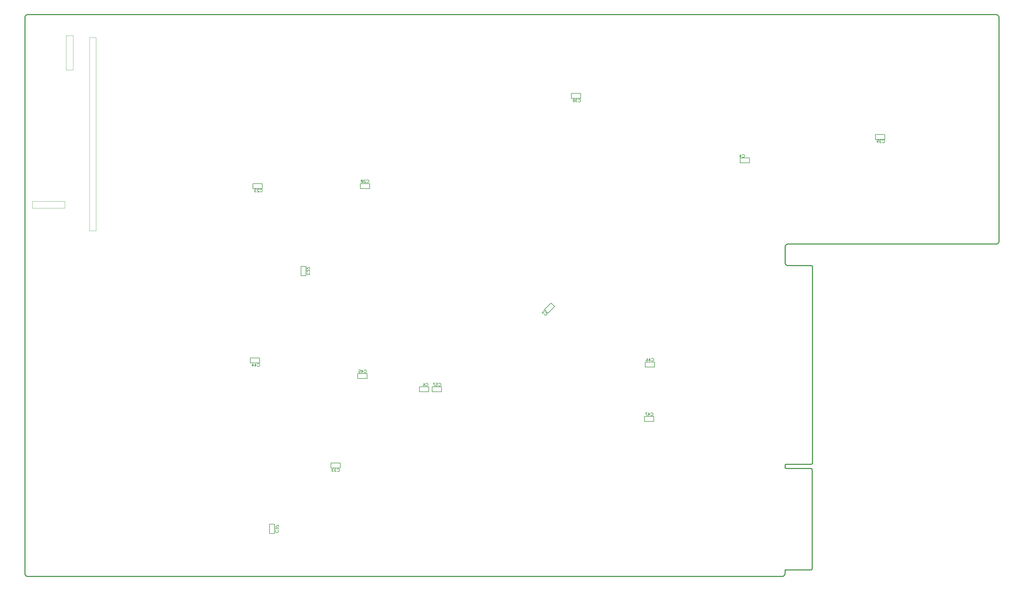
<source format=gbr>
G04 GENERATED BY PULSONIX 10.0 GERBER.DLL 7250*
G04 #@! TF.GenerationSoftware,Pulsonix,Pulsonix,10.0.7250*
G04 #@! TF.CreationDate,2019-09-12T07:48:15--1:00*
G04 #@! TF.Part,Single*
%FSLAX25Y25*%
%LPD*%
%MOIN*%
G04 #@! TF.FileFunction,Legend,Bot*
G04 #@! TF.FilePolarity,Positive*
%ADD86C,0.00500*%
G04 #@! TA.AperFunction,NonMaterial*
%ADD89C,0.00500*%
G04 #@! TA.AperFunction,Profile*
%ADD117C,0.01200*%
G04 #@! TA.AperFunction,CutOut*
%ADD194C,0.00200*%
X0Y0D02*
D02*
D86*
X297733Y269765D02*
X298027Y269471D01*
X298615Y269177*
X299497*
X300086Y269471*
X300380Y269765*
X300674Y270353*
Y271530*
X300380Y272118*
X300086Y272412*
X299497Y272706*
X298615*
X298027Y272412*
X297733Y272118*
X295153Y269177D02*
X295153Y272706D01*
X296624Y270353*
X294271*
X291753Y269177D02*
X291753Y272706D01*
X293224Y270353*
X290871*
X301195Y493307D02*
X301489Y493012D01*
X302077Y492718*
X302960*
X303548Y493012*
X303842Y493307*
X304136Y493895*
Y495071*
X303842Y495660*
X303548Y495954*
X302960Y496248*
X302077*
X301489Y495954*
X301195Y495660*
X297733Y492718D02*
X300086Y492718D01*
X298027Y494777*
X297733Y495365*
X298027Y495954*
X298615Y496248*
X299498*
X300086Y495954*
X296392Y493012D02*
X295804Y492718D01*
X295215*
X294627Y493012*
X294333Y493601*
X294627Y494189*
X295215Y494483*
X295804*
X295215D02*
X294627Y494777D01*
X294333Y495365*
X294627Y495954*
X295215Y496248*
X295804*
X296392Y495954*
X321722Y59120D02*
X321428Y58826D01*
X321134Y58238*
Y57355*
X321428Y56767*
X321722Y56473*
X322310Y56179*
X323487*
X324075Y56473*
X324369Y56767*
X324663Y57355*
Y58238*
X324369Y58826*
X324075Y59120*
X321428Y60523D02*
X321134Y61111D01*
Y61699*
X321428Y62288*
X322016Y62582*
X322604Y62288*
X322898Y61699*
Y61111*
Y61699D02*
X323192Y62288D01*
X323781Y62582*
X324369Y62288*
X324663Y61699*
Y61111*
X324369Y60523*
X321134Y63629D02*
X324663Y65982D01*
Y63629*
X362040Y389505D02*
X361745Y389210D01*
X361451Y388622*
Y387740*
X361745Y387152*
X362040Y386858*
X362628Y386563*
X363804*
X364393Y386858*
X364687Y387152*
X364981Y387740*
Y388622*
X364687Y389210*
X364393Y389505*
X361451Y392966D02*
X361451Y390613D01*
X363510Y392672*
X364098Y392966*
X364687Y392672*
X364981Y392084*
Y391202*
X364687Y390613*
X361451Y396366D02*
X361451Y394013D01*
X363510Y396072*
X364098Y396366*
X364687Y396072*
X364981Y395484*
Y394602*
X364687Y394013*
X400192Y134936D02*
X400486Y134642D01*
X401074Y134348*
X401957*
X402545Y134642*
X402839Y134936*
X403133Y135524*
Y136701*
X402839Y137289*
X402545Y137583*
X401957Y137877*
X401074*
X400486Y137583*
X400192Y137289*
X398789Y134642D02*
X398201Y134348D01*
X397612*
X397024Y134642*
X396730Y135230*
X397024Y135818*
X397612Y136112*
X398201*
X397612D02*
X397024Y136406D01*
X396730Y136995*
X397024Y137583*
X397612Y137877*
X398201*
X398789Y137583*
X395389Y134642D02*
X394801Y134348D01*
X394212*
X393624Y134642*
X393330Y135230*
X393624Y135818*
X394212Y136112*
X394801*
X394212D02*
X393624Y136406D01*
X393330Y136995*
X393624Y137583*
X394212Y137877*
X394801*
X395389Y137583*
X434561Y261708D02*
X434855Y261414D01*
X435443Y261120*
X436325*
X436914Y261414*
X437208Y261708*
X437502Y262296*
Y263473*
X437208Y264061*
X436914Y264355*
X436325Y264649*
X435443*
X434855Y264355*
X434561Y264061*
X431981Y261120D02*
X431981Y264649D01*
X433452Y262296*
X431099*
X430052Y261414D02*
X429464Y261120D01*
X428581*
X427993Y261414*
X427699Y262002*
Y262296*
X427993Y262884*
X428581Y263179*
X430052*
Y264649*
X427699*
X437827Y505255D02*
X438121Y504961D01*
X438709Y504667*
X439592*
X440180Y504961*
X440474Y505255*
X440768Y505844*
Y507020*
X440474Y507608*
X440180Y507902*
X439592Y508196*
X438709*
X438121Y507902*
X437827Y507608*
X434365Y504667D02*
X436718Y504667D01*
X434659Y506726*
X434365Y507314*
X434659Y507902*
X435247Y508196*
X436130*
X436718Y507902*
X433024Y504961D02*
X432436Y504667D01*
X431847*
X431259Y504961*
X430965Y505549*
Y507314*
X431259Y507902*
X431847Y508196*
X432436*
X433024Y507902*
X433318Y507314*
Y505549*
X433024Y504961*
X431259Y507902*
X513508Y244887D02*
X513802Y244593D01*
X514391Y244299*
X515273*
X515861Y244593*
X516155Y244887*
X516449Y245475*
Y246652*
X516155Y247240*
X515861Y247534*
X515273Y247828*
X514391*
X513802Y247534*
X513508Y247240*
X512399Y245181D02*
X512105Y245769D01*
X511517Y246063*
X510929*
X510341Y245769*
X510046Y245181*
X510341Y244593*
X510929Y244299*
X511517*
X512105Y244593*
X512399Y245181*
Y246063*
X512105Y246946*
X511517Y247534*
X510929Y247828*
X530048Y244644D02*
X530342Y244350D01*
X530931Y244056*
X531813*
X532401Y244350*
X532695Y244644*
X532990Y245233*
Y246409*
X532695Y246997*
X532401Y247291*
X531813Y247586*
X530931*
X530342Y247291*
X530048Y246997*
X528940Y244350D02*
X528351Y244056D01*
X527469*
X526881Y244350*
X526587Y244939*
Y245233*
X526881Y245821*
X527469Y246115*
X528940*
Y247586*
X526587*
X525540Y244056D02*
X523187Y247586D01*
X525540*
X665446Y336584D02*
X665446Y336168D01*
X665654Y335545*
X666277Y334921*
X666901Y334713*
X667317Y334713*
X667941Y334921*
X668773Y335753*
X668981Y336376*
Y336792*
X668773Y337416*
X668149Y338040*
X667525Y338248*
X667109Y338248*
X662582Y338616D02*
X664246Y336953D01*
Y339864*
X664454Y340488*
X665077Y340696*
X665701Y340488*
X666325Y339864*
X666533Y339240*
X709240Y608768D02*
X709534Y608474D01*
X710122Y608180*
X711004*
X711593Y608474*
X711887Y608768*
X712181Y609356*
Y610533*
X711887Y611121*
X711593Y611415*
X711004Y611709*
X710122*
X709534Y611415*
X709240Y611121*
X707837Y608474D02*
X707248Y608180D01*
X706660*
X706072Y608474*
X705778Y609062*
X706072Y609650*
X706660Y609944*
X707248*
X706660D02*
X706072Y610238D01*
X705778Y610827*
X706072Y611415*
X706660Y611709*
X707248*
X707837Y611415*
X703848Y609944D02*
X703260Y609944D01*
X702672Y610238*
X702378Y610827*
X702672Y611415*
X703260Y611709*
X703848*
X704437Y611415*
X704731Y610827*
X704437Y610238*
X703848Y609944*
X704437Y609650*
X704731Y609062*
X704437Y608474*
X703848Y608180*
X703260*
X702672Y608474*
X702378Y609062*
X702672Y609650*
X703260Y609944*
X801896Y206720D02*
X802190Y206426D01*
X802779Y206132*
X803661*
X804249Y206426*
X804543Y206720*
X804837Y207308*
Y208485*
X804543Y209073*
X804249Y209367*
X803661Y209661*
X802779*
X802190Y209367*
X801896Y209073*
X799317Y206132D02*
X799317Y209661D01*
X800787Y207308*
X798434*
X797387Y206132D02*
X795034Y209661D01*
X797387*
X802749Y276635D02*
X803043Y276341D01*
X803631Y276047*
X804513*
X805101Y276341*
X805396Y276635*
X805690Y277223*
Y278400*
X805396Y278988*
X805101Y279282*
X804513Y279576*
X803631*
X803043Y279282*
X802749Y278988*
X800169Y276047D02*
X800169Y279576D01*
X801640Y277223*
X799287*
X798240Y276929D02*
X797946Y277517D01*
X797357Y277811*
X796769*
X796181Y277517*
X795887Y276929*
X796181Y276341*
X796769Y276047*
X797357*
X797946Y276341*
X798240Y276929*
Y277811*
X797946Y278694*
X797357Y279282*
X796769Y279576*
X919065Y537755D02*
X919359Y537461D01*
X919947Y537166*
X920830*
X921418Y537461*
X921712Y537755*
X922006Y538343*
Y539519*
X921712Y540108*
X921418Y540402*
X920830Y540696*
X919947*
X919359Y540402*
X919065Y540108*
X916486Y537166D02*
X916486Y540696D01*
X917956Y538343*
X915603*
X1098731Y556316D02*
X1099025Y556021D01*
X1099613Y555727*
X1100496*
X1101084Y556021*
X1101378Y556316*
X1101672Y556904*
Y558080*
X1101378Y558669*
X1101084Y558963*
X1100496Y559257*
X1099613*
X1099025Y558963*
X1098731Y558669*
X1097328Y556021D02*
X1096740Y555727D01*
X1096151*
X1095563Y556021*
X1095269Y556610*
X1095563Y557198*
X1096151Y557492*
X1096740*
X1096151D02*
X1095563Y557786D01*
X1095269Y558374*
X1095563Y558963*
X1096151Y559257*
X1096740*
X1097328Y558963*
X1093340Y555727D02*
X1092751Y556021D01*
X1092163Y556610*
X1091869Y557492*
Y558374*
X1092163Y558963*
X1092751Y559257*
X1093340*
X1093928Y558963*
X1094222Y558374*
X1093928Y557786*
X1093340Y557492*
X1092751*
X1092163Y557786*
X1091869Y558374*
D02*
D89*
X288718Y279913D02*
X300734D01*
Y273605*
X288718*
Y279913*
X292180Y503455D02*
X304196D01*
Y497147*
X292180*
Y503455*
X313633Y55073D02*
Y67089D01*
X319941*
Y55073*
X313633*
X353950Y385457D02*
Y397473D01*
X360258*
Y385457*
X353950*
X404177Y139051D02*
X392161D01*
Y145359*
X404177*
Y139051*
X438608Y253619D02*
X426592D01*
Y259927*
X438608*
Y253619*
X441874Y497166D02*
X429858D01*
Y503474*
X441874*
Y497166*
X517556Y236798D02*
X505540D01*
Y243106*
X517556*
Y236798*
X521694Y243094D02*
X533710D01*
Y236786*
X521694*
Y243094*
X678713Y345946D02*
X670216Y337449D01*
X665756Y341910*
X674253Y350406*
X678713Y345946*
X700224Y618916D02*
X712240D01*
Y612608*
X700224*
Y618916*
X805944Y198631D02*
X793928D01*
Y204939*
X805944*
Y198631*
X806796Y268546D02*
X794780D01*
Y274854*
X806796*
Y268546*
X916402Y536313D02*
X928418D01*
Y530005*
X916402*
Y536313*
X1089716Y566464D02*
X1101732D01*
Y560156*
X1089716*
Y566464*
D02*
D117*
X-11Y3961D02*
Y716087D01*
X4Y716430*
X49Y716771*
X123Y717106*
X227Y717434*
X358Y717751*
X517Y718056*
X701Y718345*
X910Y718618*
X1142Y718871*
X1396Y719103*
X1668Y719312*
X1958Y719497*
X2262Y719655*
X2580Y719787*
X2907Y719890*
X3243Y719964*
X3583Y720009*
X3926Y720024*
X1244279*
X1244622Y720009*
X1244962Y719964*
X1245298Y719890*
X1245625Y719787*
X1245943Y719655*
X1246247Y719497*
X1246537Y719312*
X1246809Y719103*
X1247063Y718871*
X1247295Y718618*
X1247504Y718345*
X1247688Y718056*
X1247847Y717751*
X1247978Y717434*
X1248082Y717106*
X1248156Y716771*
X1248201Y716430*
X1248216Y716087*
Y429867*
X1248201Y429524*
X1248156Y429183*
X1248082Y428848*
X1247978Y428520*
X1247847Y428203*
X1247688Y427898*
X1247504Y427609*
X1247295Y427336*
X1247063Y427083*
X1246809Y426851*
X1246537Y426642*
X1246247Y426457*
X1245943Y426299*
X1245625Y426167*
X1245298Y426064*
X1244962Y425990*
X1244622Y425945*
X1244279Y425930*
X977942*
X977599Y425915*
X977258Y425870*
X976923Y425796*
X976595Y425692*
X976278Y425561*
X975973Y425402*
X975684Y425218*
X975411Y425009*
X975158Y424777*
X974926Y424523*
X974717Y424251*
X974532Y423961*
X974374Y423657*
X974242Y423339*
X974139Y423012*
X974065Y422676*
X974020Y422336*
X974005Y421993*
Y402308*
X974020Y401965*
X974065Y401624*
X974139Y401289*
X974242Y400961*
X974374Y400644*
X974532Y400339*
X974717Y400049*
X974926Y399777*
X975158Y399524*
X975411Y399292*
X975684Y399083*
X975973Y398898*
X976278Y398740*
X976595Y398608*
X976923Y398505*
X977258Y398431*
X977599Y398386*
X977942Y398371*
X1007273*
X1007510Y398356*
X1007744Y398313*
X1007971Y398243*
X1008187Y398145*
X1008391Y398022*
X1008578Y397876*
X1008746Y397708*
X1008893Y397520*
X1009016Y397317*
X1009113Y397100*
X1009184Y396873*
X1009227Y396639*
X1009241Y396402*
Y145812*
X1009227Y145574*
X1009184Y145341*
X1009113Y145114*
X1009016Y144897*
X1008893Y144693*
X1008746Y144506*
X1008578Y144338*
X1008391Y144192*
X1008187Y144069*
X1007971Y143971*
X1007744Y143900*
X1007510Y143857*
X1007273Y143843*
X975777*
X975545Y143828*
X975318Y143783*
X975099Y143708*
X974891Y143606*
X974698Y143477*
X974524Y143324*
X974371Y143150*
X974242Y142957*
X974140Y142749*
X974065Y142530*
X974020Y142303*
X974005Y142071*
Y140103*
X974020Y139872*
X974065Y139644*
X974140Y139425*
X974242Y139217*
X974371Y139024*
X974524Y138850*
X974698Y138697*
X974891Y138569*
X975099Y138466*
X975318Y138392*
X975545Y138346*
X975777Y138331*
X1006879*
X1007116Y138317*
X1007350Y138274*
X1007577Y138203*
X1007794Y138106*
X1007997Y137983*
X1008184Y137836*
X1008352Y137668*
X1008499Y137481*
X1008622Y137278*
X1008720Y137061*
X1008790Y136834*
X1008833Y136600*
X1008847Y136363*
Y10379*
X1008833Y10141*
X1008790Y9907*
X1008720Y9681*
X1008622Y9464*
X1008499Y9260*
X1008352Y9073*
X1008184Y8905*
X1007997Y8759*
X1007794Y8636*
X1007577Y8538*
X1007350Y8467*
X1007116Y8424*
X1006879Y8410*
X974005*
Y3961*
X973990Y3618*
X973945Y3278*
X973871Y2942*
X973768Y2615*
X973636Y2297*
X973478Y1993*
X973293Y1703*
X973084Y1431*
X972852Y1177*
X972599Y945*
X972326Y736*
X972036Y552*
X971732Y393*
X971414Y262*
X971087Y158*
X970752Y84*
X970411Y39*
X970068Y24*
X3926*
X3583Y39*
X3243Y84*
X2907Y158*
X2580Y262*
X2262Y393*
X1958Y552*
X1668Y736*
X1396Y945*
X1142Y1177*
X910Y1431*
X701Y1703*
X517Y1993*
X358Y2297*
X227Y2615*
X123Y2942*
X49Y3278*
X4Y3618*
X-11Y3961*
D02*
D194*
X9523Y480863D02*
X51134D01*
Y472168*
X9523*
Y480863*
X52731Y649049D02*
Y692965D01*
X61771*
Y649049*
X52731*
X82675Y443090D02*
Y690749D01*
X91222*
Y443090*
X82675*
X0Y0D02*
M02*

</source>
